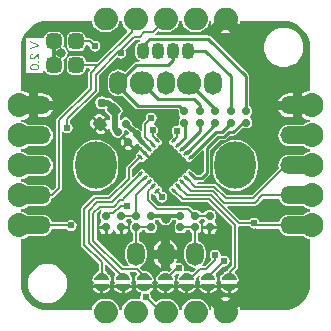
<source format=gbl>
G04*
G04 #@! TF.GenerationSoftware,Altium Limited,Altium Designer,18.1.6 (161)*
G04*
G04 Layer_Physical_Order=4*
G04 Layer_Color=16711680*
%FSLAX25Y25*%
%MOIN*%
G70*
G01*
G75*
%ADD10C,0.01000*%
%ADD11C,0.00800*%
%ADD26C,0.03937*%
%ADD27O,0.11811X0.05906*%
%ADD28O,0.04331X0.05512*%
%ADD29O,0.05900X0.07800*%
%ADD30O,0.08100X0.07800*%
%ADD31O,0.13780X0.15748*%
%ADD32O,0.08000X0.07500*%
%ADD33O,0.07500X0.08000*%
%ADD34C,0.02400*%
%ADD35C,0.03200*%
%ADD36C,0.03100*%
%ADD37O,0.03937X0.01968*%
G04:AMPARAMS|DCode=38|XSize=24.5mil|YSize=26mil|CornerRadius=6.13mil|HoleSize=0mil|Usage=FLASHONLY|Rotation=270.000|XOffset=0mil|YOffset=0mil|HoleType=Round|Shape=RoundedRectangle|*
%AMROUNDEDRECTD38*
21,1,0.02450,0.01375,0,0,270.0*
21,1,0.01225,0.02600,0,0,270.0*
1,1,0.01225,-0.00688,-0.00613*
1,1,0.01225,-0.00688,0.00613*
1,1,0.01225,0.00688,0.00613*
1,1,0.01225,0.00688,-0.00613*
%
%ADD38ROUNDEDRECTD38*%
G04:AMPARAMS|DCode=39|XSize=9.84mil|YSize=23.62mil|CornerRadius=0mil|HoleSize=0mil|Usage=FLASHONLY|Rotation=135.000|XOffset=0mil|YOffset=0mil|HoleType=Round|Shape=Round|*
%AMOVALD39*
21,1,0.01378,0.00984,0.00000,0.00000,225.0*
1,1,0.00984,0.00487,0.00487*
1,1,0.00984,-0.00487,-0.00487*
%
%ADD39OVALD39*%

G04:AMPARAMS|DCode=40|XSize=9.84mil|YSize=23.62mil|CornerRadius=0mil|HoleSize=0mil|Usage=FLASHONLY|Rotation=225.000|XOffset=0mil|YOffset=0mil|HoleType=Round|Shape=Round|*
%AMOVALD40*
21,1,0.01378,0.00984,0.00000,0.00000,315.0*
1,1,0.00984,-0.00487,0.00487*
1,1,0.00984,0.00487,-0.00487*
%
%ADD40OVALD40*%

%ADD41P,0.15033X4X270.0*%
G04:AMPARAMS|DCode=42|XSize=24.5mil|YSize=26mil|CornerRadius=6.13mil|HoleSize=0mil|Usage=FLASHONLY|Rotation=45.000|XOffset=0mil|YOffset=0mil|HoleType=Round|Shape=RoundedRectangle|*
%AMROUNDEDRECTD42*
21,1,0.02450,0.01375,0,0,45.0*
21,1,0.01225,0.02600,0,0,45.0*
1,1,0.01225,0.00919,-0.00053*
1,1,0.01225,0.00053,-0.00919*
1,1,0.01225,-0.00919,0.00053*
1,1,0.01225,-0.00053,0.00919*
%
%ADD42ROUNDEDRECTD42*%
G04:AMPARAMS|DCode=43|XSize=35mil|YSize=41mil|CornerRadius=8.75mil|HoleSize=0mil|Usage=FLASHONLY|Rotation=225.000|XOffset=0mil|YOffset=0mil|HoleType=Round|Shape=RoundedRectangle|*
%AMROUNDEDRECTD43*
21,1,0.03500,0.02350,0,0,225.0*
21,1,0.01750,0.04100,0,0,225.0*
1,1,0.01750,-0.01450,0.00212*
1,1,0.01750,-0.00212,0.01450*
1,1,0.01750,0.01450,-0.00212*
1,1,0.01750,0.00212,-0.01450*
%
%ADD43ROUNDEDRECTD43*%
G04:AMPARAMS|DCode=44|XSize=51mil|YSize=51mil|CornerRadius=12.75mil|HoleSize=0mil|Usage=FLASHONLY|Rotation=180.000|XOffset=0mil|YOffset=0mil|HoleType=Round|Shape=RoundedRectangle|*
%AMROUNDEDRECTD44*
21,1,0.05100,0.02550,0,0,180.0*
21,1,0.02550,0.05100,0,0,180.0*
1,1,0.02550,-0.01275,0.01275*
1,1,0.02550,0.01275,0.01275*
1,1,0.02550,0.01275,-0.01275*
1,1,0.02550,-0.01275,-0.01275*
%
%ADD44ROUNDEDRECTD44*%
%ADD45C,0.01200*%
%ADD46C,0.02000*%
%ADD47C,0.01500*%
G36*
X41094Y48035D02*
X42751Y47533D01*
X44279Y46716D01*
X45617Y45617D01*
X46716Y44279D01*
X47533Y42751D01*
X48035Y41094D01*
X48201Y39411D01*
X48193Y39370D01*
Y24961D01*
X47560Y24878D01*
X46404Y24399D01*
X45867Y23987D01*
X45594D01*
Y20000D01*
Y16013D01*
X45867D01*
X46404Y15601D01*
X47560Y15122D01*
X48106Y15050D01*
Y14546D01*
X47664Y14488D01*
X46606Y14050D01*
X45998Y13583D01*
X41142D01*
X40214Y13461D01*
X39350Y13103D01*
X38608Y12534D01*
X38038Y11792D01*
X37680Y10927D01*
X37558Y10000D01*
X37680Y9072D01*
X38038Y8208D01*
X38608Y7466D01*
X39350Y6897D01*
X40214Y6539D01*
X41142Y6417D01*
X45998D01*
X46606Y5950D01*
X47664Y5512D01*
X48193Y5442D01*
Y4558D01*
X47664Y4488D01*
X46606Y4050D01*
X45998Y3583D01*
X41142D01*
X40214Y3461D01*
X39350Y3103D01*
X38608Y2534D01*
X38038Y1792D01*
X37680Y927D01*
X37558Y0D01*
X37680Y-927D01*
X37726Y-1038D01*
X28797Y-9966D01*
X20597D01*
X16997Y-6366D01*
X16666Y-6145D01*
X16276Y-6067D01*
X10672D01*
X10595Y-5952D01*
X10862Y-5452D01*
X12012D01*
X12012Y-5452D01*
X12442Y-5367D01*
X12806Y-5124D01*
X14586Y-3343D01*
X14586Y-3343D01*
X14829Y-2980D01*
X14914Y-2550D01*
X14914Y-2550D01*
Y5215D01*
X18033Y8333D01*
X19420D01*
X19420Y8333D01*
X19849Y8419D01*
X20213Y8662D01*
X21453Y9902D01*
X22519D01*
X22520Y9902D01*
X22949Y9987D01*
X23313Y10231D01*
X25586Y12504D01*
X25611Y12487D01*
X26084Y12393D01*
X27459D01*
X27932Y12487D01*
X28333Y12755D01*
X28601Y13156D01*
X28695Y13629D01*
Y14854D01*
X28601Y15327D01*
X28333Y15728D01*
X28140Y15857D01*
Y16426D01*
X28333Y16555D01*
X28601Y16956D01*
X28695Y17429D01*
Y18654D01*
X28601Y19127D01*
X28333Y19528D01*
X27932Y19796D01*
X27893Y19804D01*
Y29677D01*
X27893Y29677D01*
X27808Y30107D01*
X27565Y30470D01*
X27565Y30470D01*
X14997Y43038D01*
X14633Y43281D01*
X14204Y43366D01*
X14204Y43366D01*
X-3303D01*
X-3382Y43477D01*
X-3492Y43866D01*
X-2383Y44975D01*
X-1386Y44562D01*
X-250Y44412D01*
X250D01*
X1386Y44562D01*
X2444Y45000D01*
X3353Y45698D01*
X4050Y46606D01*
X4488Y47664D01*
X4558Y48193D01*
X5442D01*
X5512Y47664D01*
X5950Y46606D01*
X6647Y45698D01*
X7556Y45000D01*
X8614Y44562D01*
X9750Y44412D01*
X10250D01*
X11386Y44562D01*
X12444Y45000D01*
X13352Y45698D01*
X14050Y46606D01*
X14488Y47664D01*
X14546Y48106D01*
X15050D01*
X15122Y47560D01*
X15601Y46404D01*
X16362Y45412D01*
X17355Y44651D01*
X18510Y44172D01*
X19750Y44009D01*
X20250D01*
X21490Y44172D01*
X22646Y44651D01*
X23638Y45412D01*
X24399Y46404D01*
X24878Y47560D01*
X24961Y48193D01*
X39370D01*
X39411Y48201D01*
X41094Y48035D01*
D02*
G37*
G36*
X-8349Y41421D02*
X-8895Y41195D01*
X-9472Y40752D01*
X-9916Y40174D01*
X-10194Y39501D01*
X-10289Y38780D01*
Y37598D01*
X-10194Y36876D01*
X-9916Y36204D01*
X-9472Y35626D01*
X-8895Y35183D01*
X-8661Y35086D01*
X-8760Y34586D01*
X-9843D01*
X-10272Y34501D01*
X-10636Y34258D01*
X-10636Y34258D01*
X-13576Y31317D01*
X-13958Y31610D01*
X-14821Y31968D01*
X-15748Y32090D01*
X-16675Y31968D01*
X-17538Y31610D01*
X-18280Y31041D01*
X-18849Y30299D01*
X-19207Y29436D01*
X-19329Y28509D01*
Y26609D01*
X-19207Y25682D01*
X-18849Y24819D01*
X-18280Y24077D01*
X-17538Y23508D01*
X-16675Y23150D01*
X-15748Y23028D01*
X-14821Y23150D01*
X-14348Y23347D01*
X-10090Y19089D01*
X-10090Y19089D01*
X-9726Y18846D01*
X-9297Y18760D01*
X-9297Y18760D01*
X4063D01*
X4375Y18448D01*
Y17429D01*
X4470Y16956D01*
X4738Y16555D01*
X4931Y16426D01*
Y15857D01*
X4738Y15728D01*
X4470Y15327D01*
X4375Y14854D01*
Y13675D01*
X4352Y13609D01*
X3941Y13252D01*
X3937Y13253D01*
X3235Y13113D01*
X2639Y12715D01*
X2241Y12120D01*
X2102Y11417D01*
X2241Y10715D01*
X2541Y10266D01*
X2519Y9738D01*
X2484Y9626D01*
X1509Y8652D01*
X1268Y8291D01*
X1183Y7864D01*
X1268Y7438D01*
X1509Y7077D01*
X1871Y6836D01*
X2127Y6785D01*
X2411Y6587D01*
X2609Y6303D01*
X2660Y6046D01*
X2901Y5685D01*
X3263Y5444D01*
X3519Y5393D01*
X3803Y5195D01*
X4001Y4911D01*
X4052Y4654D01*
X4293Y4293D01*
X4654Y4052D01*
X4911Y4001D01*
X5195Y3803D01*
X5393Y3519D01*
X5444Y3263D01*
X5685Y2901D01*
X6046Y2660D01*
X6303Y2609D01*
X6587Y2411D01*
X6785Y2127D01*
X6836Y1871D01*
X7077Y1509D01*
X7438Y1268D01*
X7864Y1183D01*
X8291Y1268D01*
X8652Y1509D01*
X9180Y2038D01*
X9214Y2060D01*
X12209Y5055D01*
X12671Y4864D01*
Y-2086D01*
X11548Y-3209D01*
X10363D01*
X9214Y-2060D01*
X9180Y-2038D01*
X8652Y-1509D01*
X8291Y-1268D01*
X7864Y-1183D01*
X7438Y-1268D01*
X7077Y-1509D01*
X6836Y-1871D01*
X6785Y-2127D01*
X6587Y-2411D01*
X6303Y-2609D01*
X6046Y-2660D01*
X5685Y-2901D01*
X5444Y-3263D01*
X5393Y-3519D01*
X5195Y-3803D01*
X4911Y-4001D01*
X4654Y-4052D01*
X4293Y-4293D01*
X4052Y-4654D01*
X4001Y-4911D01*
X3803Y-5195D01*
X3519Y-5393D01*
X3263Y-5444D01*
X2901Y-5685D01*
X2660Y-6046D01*
X2609Y-6303D01*
X2411Y-6587D01*
X2127Y-6785D01*
X1871Y-6836D01*
X1509Y-7077D01*
X1268Y-7438D01*
X1183Y-7864D01*
X1268Y-8291D01*
X1509Y-8652D01*
X2484Y-9626D01*
X2845Y-9868D01*
X2861Y-9871D01*
X4998Y-12008D01*
X5329Y-12229D01*
X5719Y-12306D01*
X14114D01*
X22209Y-20401D01*
Y-33345D01*
X20690Y-34864D01*
X20469Y-35195D01*
X20459Y-35245D01*
X19650Y-35561D01*
X19557Y-35651D01*
X19437Y-35697D01*
X18744Y-36362D01*
X18693Y-36480D01*
X18599Y-36570D01*
X18214Y-37449D01*
X18212Y-37578D01*
X18160Y-37696D01*
X18150Y-38176D01*
X18153Y-38182D01*
X18150Y-38189D01*
X18243Y-38413D01*
X18330Y-38636D01*
X18331Y-38639D01*
X18337Y-38642D01*
X18340Y-38648D01*
X18409Y-38677D01*
X18581Y-39040D01*
X18596Y-39296D01*
X18407Y-39580D01*
X18352Y-39854D01*
X18791D01*
X18789Y-39850D01*
X18799Y-39370D01*
Y-39370D01*
X23721Y-39370D01*
X23711Y-39854D01*
X24168D01*
X24113Y-39580D01*
X23924Y-39296D01*
X23941Y-38986D01*
X23994Y-38842D01*
X24111Y-38677D01*
X24177Y-38649D01*
X24180Y-38648D01*
X24182Y-38642D01*
X24189Y-38639D01*
X24276Y-38415D01*
X24370Y-38189D01*
X24367Y-38182D01*
X24370Y-38176D01*
X24360Y-37696D01*
X24308Y-37578D01*
X24306Y-37449D01*
X23920Y-36570D01*
X23827Y-36480D01*
X23775Y-36362D01*
X23269Y-35876D01*
X23199Y-35296D01*
X23223Y-35215D01*
X23949Y-34488D01*
X24170Y-34158D01*
X24248Y-33768D01*
Y-20535D01*
X24521Y-20311D01*
X28044D01*
X28230Y-20589D01*
X28825Y-20987D01*
X29528Y-21127D01*
X30151Y-21003D01*
X30236Y-21020D01*
X37719D01*
X38038Y-21792D01*
X38608Y-22534D01*
X39350Y-23103D01*
X40214Y-23461D01*
X41142Y-23583D01*
X45998D01*
X46606Y-24050D01*
X47664Y-24488D01*
X48193Y-24558D01*
Y-39370D01*
X48201Y-39411D01*
X48035Y-41094D01*
X47533Y-42751D01*
X46716Y-44279D01*
X45617Y-45617D01*
X44279Y-46716D01*
X42751Y-47533D01*
X41094Y-48035D01*
X39411Y-48201D01*
X39370Y-48193D01*
X24961D01*
X24878Y-47560D01*
X24399Y-46404D01*
X23638Y-45412D01*
X22646Y-44651D01*
X21490Y-44172D01*
X20250Y-44009D01*
X19750D01*
X18510Y-44172D01*
X17355Y-44651D01*
X16362Y-45412D01*
X15601Y-46404D01*
X15122Y-47560D01*
X15050Y-48106D01*
X14546D01*
X14488Y-47664D01*
X14050Y-46606D01*
X13352Y-45698D01*
X12444Y-45000D01*
X11386Y-44562D01*
X10250Y-44412D01*
X9750D01*
X8614Y-44562D01*
X7556Y-45000D01*
X6647Y-45698D01*
X5950Y-46606D01*
X5512Y-47664D01*
X5442Y-48193D01*
X4558D01*
X4488Y-47664D01*
X4050Y-46606D01*
X3353Y-45698D01*
X2444Y-45000D01*
X1386Y-44562D01*
X250Y-44412D01*
X-250D01*
X-1386Y-44562D01*
X-2444Y-45000D01*
X-3311Y-45666D01*
X-4808Y-44169D01*
X-4743Y-43841D01*
X-4882Y-43138D01*
X-5186Y-42684D01*
X-5195Y-42655D01*
X-5138Y-42182D01*
X-5093Y-42066D01*
X-4672Y-41785D01*
X-4233Y-41129D01*
X-4179Y-40854D01*
X-5108D01*
X-5756Y-41477D01*
X-6686Y-41840D01*
X-7185Y-41831D01*
X-7185Y-41831D01*
X-7665Y-41821D01*
X-8543Y-41436D01*
X-9102Y-40854D01*
X-9994D01*
X-9940Y-41129D01*
X-9501Y-41785D01*
X-8845Y-42223D01*
X-8332Y-42325D01*
X-8091Y-42829D01*
X-8093Y-42868D01*
X-8273Y-43138D01*
X-8413Y-43841D01*
X-8356Y-44128D01*
X-8431Y-44254D01*
X-8784Y-44540D01*
X-9750Y-44412D01*
X-10250D01*
X-11386Y-44562D01*
X-12444Y-45000D01*
X-13352Y-45698D01*
X-14050Y-46606D01*
X-14488Y-47664D01*
X-14558Y-48193D01*
X-15442D01*
X-15512Y-47664D01*
X-15950Y-46606D01*
X-16647Y-45698D01*
X-17556Y-45000D01*
X-18614Y-44562D01*
X-19750Y-44412D01*
X-20250D01*
X-21386Y-44562D01*
X-22444Y-45000D01*
X-23352Y-45698D01*
X-24050Y-46606D01*
X-24488Y-47664D01*
X-24558Y-48193D01*
X-39370D01*
X-39411Y-48201D01*
X-41094Y-48035D01*
X-42751Y-47533D01*
X-44279Y-46716D01*
X-45617Y-45617D01*
X-46716Y-44279D01*
X-47533Y-42751D01*
X-48035Y-41094D01*
X-48201Y-39411D01*
X-48193Y-39370D01*
Y-24558D01*
X-47664Y-24488D01*
X-46606Y-24050D01*
X-45998Y-23583D01*
X-41142D01*
X-40214Y-23461D01*
X-39350Y-23103D01*
X-38608Y-22534D01*
X-38038Y-21792D01*
X-37719Y-21020D01*
X-32980D01*
X-32794Y-21298D01*
X-32198Y-21696D01*
X-31496Y-21835D01*
X-30794Y-21696D01*
X-30198Y-21298D01*
X-29801Y-20702D01*
X-29661Y-20000D01*
X-29801Y-19298D01*
X-30198Y-18702D01*
X-30794Y-18304D01*
X-31496Y-18165D01*
X-32198Y-18304D01*
X-32794Y-18702D01*
X-32980Y-18980D01*
X-37719D01*
X-38038Y-18208D01*
X-38608Y-17466D01*
X-39350Y-16897D01*
X-40214Y-16539D01*
X-41142Y-16417D01*
X-45998D01*
X-46606Y-15950D01*
X-47664Y-15512D01*
X-48193Y-15442D01*
Y-14558D01*
X-47664Y-14488D01*
X-46606Y-14050D01*
X-45998Y-13583D01*
X-41142D01*
X-40214Y-13461D01*
X-39350Y-13103D01*
X-38608Y-12534D01*
X-38038Y-11792D01*
X-37698Y-10969D01*
X-37563Y-10942D01*
X-37232Y-10721D01*
X-34712Y-8201D01*
X-34491Y-7870D01*
X-34413Y-7480D01*
Y11012D01*
X-33913Y11216D01*
X-33464Y10915D01*
X-32762Y10776D01*
X-32059Y10915D01*
X-31464Y11313D01*
X-31066Y11909D01*
X-30926Y12611D01*
X-31066Y13313D01*
X-31464Y13909D01*
X-31742Y14094D01*
Y15085D01*
X-22604Y24222D01*
X-22383Y24553D01*
X-22306Y24943D01*
Y29816D01*
X-16115Y36008D01*
X-15663Y35706D01*
X-14961Y35566D01*
X-14258Y35706D01*
X-13663Y36104D01*
X-13265Y36699D01*
X-13125Y37402D01*
X-13265Y38104D01*
X-13567Y38555D01*
X-10254Y41869D01*
X-8662D01*
X-8495Y41902D01*
X-8349Y41421D01*
D02*
G37*
G36*
X-39370Y48193D02*
X-24558D01*
X-24488Y47664D01*
X-24050Y46606D01*
X-23352Y45698D01*
X-22444Y45000D01*
X-21386Y44562D01*
X-20250Y44412D01*
X-19750D01*
X-18614Y44562D01*
X-17556Y45000D01*
X-16647Y45698D01*
X-15950Y46606D01*
X-15512Y47664D01*
X-15442Y48193D01*
X-14558D01*
X-14488Y47664D01*
X-14050Y46606D01*
X-13352Y45698D01*
X-12745Y45231D01*
X-12683Y44586D01*
X-12683Y44586D01*
X-22785Y34484D01*
X-26578D01*
Y34740D01*
X-26723Y35471D01*
X-27138Y36091D01*
X-27758Y36506D01*
X-28490Y36651D01*
X-31040D01*
X-31771Y36506D01*
X-32391Y36091D01*
X-32806Y35471D01*
X-32951Y34740D01*
Y32190D01*
X-32806Y31458D01*
X-32391Y30838D01*
X-31771Y30423D01*
X-31040Y30278D01*
X-28490D01*
X-27758Y30423D01*
X-27138Y30838D01*
X-26723Y31458D01*
X-26578Y32190D01*
Y32445D01*
X-25477D01*
X-25286Y31983D01*
X-25646Y31622D01*
X-25867Y31292D01*
X-25945Y30902D01*
Y26028D01*
X-36154Y15819D01*
X-36375Y15488D01*
X-36453Y15098D01*
Y-7058D01*
X-37569Y-8174D01*
X-38156Y-8055D01*
X-38608Y-7466D01*
X-39350Y-6897D01*
X-40214Y-6539D01*
X-41142Y-6417D01*
X-45998D01*
X-46606Y-5950D01*
X-47664Y-5512D01*
X-48193Y-5442D01*
Y-4558D01*
X-47664Y-4488D01*
X-46606Y-4050D01*
X-45998Y-3583D01*
X-41142D01*
X-40214Y-3461D01*
X-39350Y-3103D01*
X-38608Y-2534D01*
X-38038Y-1792D01*
X-37680Y-927D01*
X-37558Y0D01*
X-37680Y927D01*
X-38038Y1792D01*
X-38608Y2534D01*
X-39350Y3103D01*
X-40214Y3461D01*
X-41142Y3583D01*
X-45998D01*
X-46606Y4050D01*
X-47664Y4488D01*
X-48193Y4558D01*
Y5442D01*
X-47664Y5512D01*
X-46606Y5950D01*
X-45998Y6417D01*
X-41142D01*
X-40214Y6539D01*
X-39350Y6897D01*
X-38608Y7466D01*
X-38038Y8208D01*
X-37680Y9072D01*
X-37558Y10000D01*
X-37680Y10927D01*
X-38038Y11792D01*
X-38608Y12534D01*
X-39350Y13103D01*
X-40214Y13461D01*
X-41142Y13583D01*
X-45998D01*
X-46606Y14050D01*
X-47664Y14488D01*
X-48106Y14546D01*
Y15050D01*
X-47560Y15122D01*
X-46404Y15601D01*
X-45867Y16013D01*
X-45594D01*
Y20000D01*
Y23987D01*
X-45867D01*
X-46404Y24399D01*
X-47560Y24878D01*
X-48193Y24961D01*
Y39370D01*
X-48201Y39411D01*
X-48035Y41094D01*
X-47533Y42751D01*
X-46716Y44279D01*
X-45617Y45617D01*
X-44279Y46716D01*
X-42751Y47533D01*
X-41094Y48035D01*
X-39411Y48201D01*
X-39370Y48193D01*
D02*
G37*
G36*
X38038Y-11792D02*
X38608Y-12534D01*
X39350Y-13103D01*
X40214Y-13461D01*
X41142Y-13583D01*
X45998D01*
X46606Y-14050D01*
X47664Y-14488D01*
X48193Y-14558D01*
Y-15442D01*
X47664Y-15512D01*
X46606Y-15950D01*
X45998Y-16417D01*
X41142D01*
X40214Y-16539D01*
X39350Y-16897D01*
X38608Y-17466D01*
X38038Y-18208D01*
X37719Y-18980D01*
X31301D01*
X31223Y-18589D01*
X30825Y-17994D01*
X30230Y-17596D01*
X29528Y-17456D01*
X28825Y-17596D01*
X28230Y-17994D01*
X28044Y-18272D01*
X24943D01*
X20539Y-13867D01*
X20730Y-13405D01*
X29800D01*
X30190Y-13328D01*
X30520Y-13107D01*
X32608Y-11020D01*
X37719D01*
X38038Y-11792D01*
D02*
G37*
G36*
X21260Y-35827D02*
Y-35827D01*
X21740Y-35817D01*
X22633Y-36166D01*
X23325Y-36830D01*
X23711Y-37709D01*
X23720Y-38189D01*
X23720D01*
X23720Y-38189D01*
Y-38189D01*
X18799Y-38189D01*
X18809Y-37709D01*
X19194Y-36830D01*
X19886Y-36166D01*
X20780Y-35817D01*
X21260Y-35827D01*
D02*
G37*
%LPC*%
G36*
X39370Y45907D02*
X38095Y45781D01*
X36869Y45410D01*
X35738Y44805D01*
X34748Y43992D01*
X33935Y43002D01*
X33331Y41872D01*
X32959Y40645D01*
X32833Y39370D01*
X32959Y38095D01*
X33331Y36869D01*
X33935Y35738D01*
X34748Y34748D01*
X35738Y33935D01*
X36869Y33331D01*
X38095Y32959D01*
X39370Y32833D01*
X40645Y32959D01*
X41872Y33331D01*
X43002Y33935D01*
X43992Y34748D01*
X44805Y35738D01*
X45410Y36869D01*
X45781Y38095D01*
X45907Y39370D01*
X45781Y40645D01*
X45410Y41872D01*
X44805Y43002D01*
X43992Y43992D01*
X43002Y44805D01*
X41872Y45410D01*
X40645Y45781D01*
X39370Y45907D01*
D02*
G37*
G36*
X42595Y23987D02*
X41142D01*
X40110Y23851D01*
X39148Y23453D01*
X38323Y22819D01*
X37689Y21993D01*
X37485Y21500D01*
X42595D01*
Y23987D01*
D02*
G37*
G36*
Y18500D02*
X37485D01*
X37689Y18007D01*
X38323Y17181D01*
X39148Y16547D01*
X40110Y16149D01*
X41142Y16013D01*
X42595D01*
Y18500D01*
D02*
G37*
G36*
X23228Y8510D02*
X21760Y8366D01*
X20348Y7937D01*
X19047Y7242D01*
X17907Y6306D01*
X16971Y5165D01*
X16275Y3864D01*
X15847Y2452D01*
X15702Y984D01*
Y-984D01*
X15847Y-2452D01*
X16275Y-3864D01*
X16971Y-5165D01*
X17907Y-6306D01*
X19047Y-7242D01*
X20348Y-7937D01*
X21760Y-8366D01*
X23228Y-8510D01*
X24697Y-8366D01*
X26108Y-7937D01*
X27410Y-7242D01*
X28550Y-6306D01*
X29486Y-5165D01*
X30182Y-3864D01*
X30610Y-2452D01*
X30754Y-984D01*
Y984D01*
X30610Y2452D01*
X30182Y3864D01*
X29486Y5165D01*
X28550Y6306D01*
X27410Y7242D01*
X26108Y7937D01*
X24697Y8366D01*
X23228Y8510D01*
D02*
G37*
G36*
X-21260Y23058D02*
X-22099Y22891D01*
X-22810Y22416D01*
X-23285Y21705D01*
X-23452Y20866D01*
X-23285Y20027D01*
X-22810Y19316D01*
X-22099Y18841D01*
X-21260Y18674D01*
X-20647Y18796D01*
X-20330Y18725D01*
X-20111Y18447D01*
X-20045Y18112D01*
X-19719Y17624D01*
X-18554Y16459D01*
Y15074D01*
X-19054Y14922D01*
X-19071Y14948D01*
X-19548Y15425D01*
X-21166Y13808D01*
X-19336Y11979D01*
X-19071Y12244D01*
X-19054Y12270D01*
X-18842Y12269D01*
X-18531Y12152D01*
X-18430Y11643D01*
X-18076Y11114D01*
X-18015Y11052D01*
X-17972Y10835D01*
X-17704Y10434D01*
X-16732Y9461D01*
X-16330Y9194D01*
X-15857Y9099D01*
X-15384Y9194D01*
X-14983Y9461D01*
X-14117Y10328D01*
X-13849Y10729D01*
X-13755Y11202D01*
X-13783Y11343D01*
X-13442Y11725D01*
X-12946Y11717D01*
X-12095Y10867D01*
X-12124Y10687D01*
X-12420Y10275D01*
X-13049Y10150D01*
X-13583Y9793D01*
X-13662Y9714D01*
X-12014Y8065D01*
X-10365Y6417D01*
X-10285Y6496D01*
X-9929Y7029D01*
X-9888Y7235D01*
X-9346Y7399D01*
X-8847Y6901D01*
X-8401Y6602D01*
X-8237Y6161D01*
X-6606Y4529D01*
X-5114Y3037D01*
X-5067Y3107D01*
X-4951Y3689D01*
X-4717Y4039D01*
X-4654Y4052D01*
X-4293Y4293D01*
X-4052Y4654D01*
X-4001Y4911D01*
X-3803Y5195D01*
X-3519Y5393D01*
X-3263Y5444D01*
X-2901Y5685D01*
X-2660Y6046D01*
X-2609Y6303D01*
X-2411Y6587D01*
X-2127Y6785D01*
X-1871Y6836D01*
X-1509Y7077D01*
X-1268Y7438D01*
X-1183Y7864D01*
X-1268Y8291D01*
X-1509Y8652D01*
X-2484Y9626D01*
X-2845Y9868D01*
X-2861Y9871D01*
X-2955Y9964D01*
X-3033Y10513D01*
X-2635Y11109D01*
X-2495Y11811D01*
X-2635Y12513D01*
X-3033Y13109D01*
X-3628Y13507D01*
X-3921Y13565D01*
X-3989Y13892D01*
X-3973Y14085D01*
X-3427Y14450D01*
X-3029Y15046D01*
X-2889Y15748D01*
X-3029Y16450D01*
X-3427Y17046D01*
X-4022Y17444D01*
X-4724Y17583D01*
X-5427Y17444D01*
X-6022Y17046D01*
X-6420Y16450D01*
X-6560Y15748D01*
X-6494Y15420D01*
X-7452Y14463D01*
X-7673Y14132D01*
X-7750Y13742D01*
Y11790D01*
X-8250Y11583D01*
X-8859Y12192D01*
X-9260Y12460D01*
X-9733Y12554D01*
X-9863Y12528D01*
X-11094Y13759D01*
X-11068Y13889D01*
X-11162Y14362D01*
X-11430Y14763D01*
X-12402Y15735D01*
X-12803Y16003D01*
X-13276Y16097D01*
X-13750Y16003D01*
X-14151Y15735D01*
X-14792Y15094D01*
X-15292Y15302D01*
Y16601D01*
X-14693Y17200D01*
X-14367Y17687D01*
X-14252Y18263D01*
X-14367Y18839D01*
X-14693Y19327D01*
X-16354Y20988D01*
X-16842Y21314D01*
X-17254Y21396D01*
X-17877Y22020D01*
X-18407Y22373D01*
X-19031Y22498D01*
X-19831D01*
X-20421Y22891D01*
X-21260Y23058D01*
D02*
G37*
G36*
X-22085Y17170D02*
X-22816Y17024D01*
X-23437Y16610D01*
X-23702Y16344D01*
X-21873Y14515D01*
X-20256Y16132D01*
X-20733Y16610D01*
X-21353Y17024D01*
X-22085Y17170D01*
D02*
G37*
G36*
X-24409Y15637D02*
X-24674Y15372D01*
X-25088Y14752D01*
X-25234Y14020D01*
X-25088Y13289D01*
X-24674Y12669D01*
X-24197Y12191D01*
X-22580Y13808D01*
X-24409Y15637D01*
D02*
G37*
G36*
X-21873Y13101D02*
X-23490Y11484D01*
X-23012Y11007D01*
X-22392Y10593D01*
X-21660Y10447D01*
X-20929Y10593D01*
X-20309Y11007D01*
X-20043Y11272D01*
X-21873Y13101D01*
D02*
G37*
G36*
X-14369Y9007D02*
X-14449Y8927D01*
X-14805Y8394D01*
X-14930Y7765D01*
X-14805Y7136D01*
X-14449Y6602D01*
X-14316Y6470D01*
X-13074Y7712D01*
X-14369Y9007D01*
D02*
G37*
G36*
X-12367Y7005D02*
X-13609Y5762D01*
X-13477Y5630D01*
X-12943Y5273D01*
X-12314Y5148D01*
X-11685Y5273D01*
X-11152Y5630D01*
X-11072Y5709D01*
X-12367Y7005D01*
D02*
G37*
G36*
X-8806Y5315D02*
X-8852Y5245D01*
X-8968Y4663D01*
X-9203Y4312D01*
X-9265Y4300D01*
X-9626Y4059D01*
X-9868Y3697D01*
X-9952Y3271D01*
X-9868Y2848D01*
X-12926Y-209D01*
X-13147Y-540D01*
X-13224Y-930D01*
Y-3952D01*
X-19139Y-9867D01*
X-23679D01*
X-24070Y-9944D01*
X-24400Y-10165D01*
X-27937Y-13702D01*
X-28158Y-14032D01*
X-28235Y-14423D01*
Y-26373D01*
X-28158Y-26763D01*
X-27937Y-27093D01*
X-22279Y-32751D01*
Y-35331D01*
X-22870Y-35561D01*
X-22963Y-35651D01*
X-23083Y-35697D01*
X-23775Y-36362D01*
X-23827Y-36480D01*
X-23920Y-36570D01*
X-24305Y-37449D01*
X-24308Y-37578D01*
X-24360Y-37696D01*
X-24370Y-38176D01*
X-24367Y-38182D01*
X-24370Y-38189D01*
X-24277Y-38413D01*
X-24190Y-38636D01*
X-24189Y-38639D01*
X-24182Y-38642D01*
X-24180Y-38648D01*
X-24111Y-38677D01*
X-23938Y-39040D01*
X-23924Y-39296D01*
X-24113Y-39580D01*
X-24168Y-39854D01*
X-23728D01*
X-23730Y-39850D01*
X-23720Y-39370D01*
Y-39370D01*
X-18799Y-39370D01*
X-18809Y-39854D01*
X-18352D01*
X-18406Y-39580D01*
X-18596Y-39296D01*
X-18578Y-38986D01*
X-18525Y-38842D01*
X-18409Y-38677D01*
X-18343Y-38649D01*
X-18340Y-38648D01*
X-18337Y-38642D01*
X-18331Y-38639D01*
X-18243Y-38415D01*
X-18150Y-38189D01*
X-18153Y-38182D01*
X-18150Y-38176D01*
X-18160Y-37696D01*
X-18212Y-37578D01*
X-18214Y-37449D01*
X-18599Y-36570D01*
X-18692Y-36480D01*
X-18744Y-36362D01*
X-19436Y-35697D01*
X-19557Y-35651D01*
X-19650Y-35561D01*
X-20240Y-35331D01*
Y-33180D01*
X-19778Y-32989D01*
X-16771Y-35996D01*
X-16834Y-36570D01*
X-17219Y-37449D01*
X-17221Y-37578D01*
X-17273Y-37696D01*
X-17283Y-38176D01*
X-17280Y-38182D01*
X-17283Y-38189D01*
X-17190Y-38413D01*
X-17103Y-38636D01*
X-17102Y-38639D01*
X-17096Y-38642D01*
X-17093Y-38648D01*
X-17024Y-38677D01*
X-16852Y-39040D01*
X-16837Y-39296D01*
X-17027Y-39580D01*
X-17081Y-39854D01*
X-16642D01*
X-16644Y-39850D01*
X-16634Y-39370D01*
Y-39370D01*
X-11712Y-39370D01*
X-11722Y-39854D01*
X-11265D01*
X-11320Y-39580D01*
X-11509Y-39296D01*
X-11492Y-38986D01*
X-11439Y-38842D01*
X-11322Y-38677D01*
X-11256Y-38649D01*
X-11253Y-38648D01*
X-11251Y-38642D01*
X-11244Y-38639D01*
X-11157Y-38415D01*
X-11063Y-38189D01*
X-11066Y-38182D01*
X-11063Y-38176D01*
X-11073Y-37696D01*
X-11125Y-37578D01*
X-11128Y-37449D01*
X-11513Y-36570D01*
X-11606Y-36480D01*
X-11658Y-36362D01*
X-11882Y-36147D01*
X-11681Y-35647D01*
X-9975D01*
X-9599Y-36027D01*
X-9601Y-36305D01*
X-9698Y-36522D01*
X-9747Y-36570D01*
X-10132Y-37449D01*
X-10135Y-37578D01*
X-10187Y-37696D01*
X-10197Y-38176D01*
X-10194Y-38182D01*
X-10197Y-38189D01*
X-10104Y-38413D01*
X-10017Y-38636D01*
X-10016Y-38639D01*
X-10009Y-38642D01*
X-10006Y-38648D01*
X-9938Y-38677D01*
X-9765Y-39040D01*
X-9750Y-39296D01*
X-9940Y-39580D01*
X-9994Y-39854D01*
X-9555D01*
X-9557Y-39850D01*
X-9547Y-39370D01*
Y-39370D01*
X-4626Y-39370D01*
X-4635Y-39854D01*
X-4179D01*
X-4233Y-39580D01*
X-4423Y-39296D01*
X-4405Y-38986D01*
X-4352Y-38842D01*
X-4235Y-38677D01*
X-4170Y-38649D01*
X-4167Y-38648D01*
X-4164Y-38642D01*
X-4158Y-38639D01*
X-4070Y-38415D01*
X-3977Y-38189D01*
X-3979Y-38182D01*
X-3977Y-38176D01*
X-3986Y-37696D01*
X-4038Y-37578D01*
X-4041Y-37449D01*
X-4426Y-36570D01*
X-4519Y-36480D01*
X-4571Y-36362D01*
X-5263Y-35697D01*
X-5384Y-35651D01*
X-5477Y-35561D01*
X-6371Y-35212D01*
X-6500Y-35215D01*
X-6620Y-35168D01*
X-7087Y-35177D01*
X-7484Y-35169D01*
X-8392Y-34260D01*
X-8275Y-33671D01*
X-8052Y-33579D01*
X-7311Y-33009D01*
X-6742Y-32268D01*
X-6384Y-31404D01*
X-6262Y-30478D01*
Y-28578D01*
X-6384Y-27651D01*
X-6742Y-26787D01*
X-7311Y-26046D01*
X-8052Y-25477D01*
X-8823Y-25157D01*
Y-22384D01*
X-8682Y-22355D01*
X-8281Y-22087D01*
X-8013Y-21686D01*
X-8000Y-21620D01*
X-6764D01*
X-6751Y-21686D01*
X-6483Y-22087D01*
X-6082Y-22355D01*
X-5609Y-22449D01*
X-4234D01*
X-3761Y-22355D01*
X-3360Y-22087D01*
X-3092Y-21686D01*
X-2998Y-21213D01*
Y-19988D01*
X-3092Y-19515D01*
X-3360Y-19114D01*
X-3553Y-18985D01*
Y-18417D01*
X-3360Y-18288D01*
X-3184Y-18024D01*
X-2182D01*
X-2072Y-18575D01*
X-1586Y-19303D01*
X-858Y-19789D01*
X0Y-19960D01*
X858Y-19789D01*
X1586Y-19303D01*
X2072Y-18575D01*
X2182Y-18024D01*
X3184D01*
X3360Y-18288D01*
X3553Y-18417D01*
Y-18985D01*
X3360Y-19114D01*
X3092Y-19515D01*
X2998Y-19988D01*
Y-21213D01*
X3092Y-21686D01*
X3360Y-22087D01*
X3761Y-22355D01*
X4234Y-22449D01*
X5609D01*
X6082Y-22355D01*
X6483Y-22087D01*
X6751Y-21686D01*
X6764Y-21620D01*
X8000D01*
X8013Y-21686D01*
X8281Y-22087D01*
X8682Y-22355D01*
X8823Y-22384D01*
Y-25157D01*
X8052Y-25477D01*
X7311Y-26046D01*
X6742Y-26787D01*
X6384Y-27651D01*
X6262Y-28578D01*
Y-30478D01*
X6384Y-31404D01*
X6742Y-32268D01*
X7311Y-33009D01*
X8052Y-33579D01*
X8916Y-33936D01*
X9843Y-34058D01*
X9901Y-34051D01*
X10122Y-34499D01*
X8917Y-35704D01*
X8910Y-35697D01*
X8789Y-35651D01*
X8696Y-35561D01*
X7803Y-35212D01*
X7673Y-35215D01*
X7553Y-35168D01*
X7086Y-35177D01*
X6620Y-35168D01*
X6500Y-35215D01*
X6446Y-35214D01*
X6356Y-35158D01*
X6239Y-35038D01*
X6057Y-34798D01*
X6166Y-34252D01*
X6026Y-33550D01*
X5628Y-32954D01*
X5033Y-32556D01*
X4331Y-32417D01*
X3985Y-32485D01*
X3625Y-32047D01*
X3848Y-31509D01*
X3912Y-31028D01*
X1500D01*
Y-34132D01*
X1640Y-34074D01*
X2180Y-34391D01*
X2198Y-34549D01*
X1305Y-35442D01*
X716Y-35212D01*
X587Y-35215D01*
X466Y-35168D01*
X-0Y-35177D01*
X-466Y-35168D01*
X-587Y-35215D01*
X-716Y-35212D01*
X-1610Y-35561D01*
X-1703Y-35651D01*
X-1823Y-35697D01*
X-2515Y-36362D01*
X-2567Y-36480D01*
X-2660Y-36570D01*
X-3046Y-37449D01*
X-3048Y-37578D01*
X-3100Y-37696D01*
X-3110Y-38176D01*
X-3107Y-38182D01*
X-3110Y-38189D01*
X-3017Y-38413D01*
X-2930Y-38636D01*
X-2929Y-38639D01*
X-2922Y-38642D01*
X-2920Y-38648D01*
X-2851Y-38677D01*
X-2679Y-39040D01*
X-2664Y-39296D01*
X-2853Y-39580D01*
X-2908Y-39854D01*
X-2469D01*
X-2470Y-39850D01*
X-2461Y-39370D01*
Y-39370D01*
X2461Y-39370D01*
X2451Y-39854D01*
X2908D01*
X2853Y-39580D01*
X2664Y-39296D01*
X2682Y-38986D01*
X2735Y-38842D01*
X2851Y-38677D01*
X2917Y-38649D01*
X2920Y-38648D01*
X2922Y-38642D01*
X2929Y-38639D01*
X3017Y-38415D01*
X3110Y-38189D01*
X3107Y-38182D01*
X3110Y-38176D01*
X3100Y-37696D01*
X3048Y-37578D01*
X3046Y-37449D01*
X2782Y-36848D01*
X3674Y-35957D01*
X4199Y-36061D01*
X4232Y-36088D01*
X4353Y-36253D01*
X4373Y-36303D01*
X4426Y-36570D01*
X4041Y-37449D01*
X4038Y-37578D01*
X3986Y-37696D01*
X3977Y-38176D01*
X3979Y-38182D01*
X3977Y-38189D01*
X4069Y-38413D01*
X4157Y-38636D01*
X4158Y-38639D01*
X4164Y-38642D01*
X4167Y-38648D01*
X4236Y-38677D01*
X4408Y-39040D01*
X4423Y-39296D01*
X4233Y-39580D01*
X4179Y-39854D01*
X4618D01*
X4616Y-39850D01*
X4626Y-39370D01*
Y-39370D01*
X9547Y-39370D01*
X9538Y-39854D01*
X9995D01*
X9940Y-39580D01*
X9751Y-39296D01*
X9768Y-38986D01*
X9821Y-38842D01*
X9938Y-38677D01*
X10004Y-38649D01*
X10006Y-38648D01*
X10009Y-38642D01*
X10016Y-38639D01*
X10103Y-38415D01*
X10197Y-38189D01*
X10194Y-38182D01*
X10197Y-38176D01*
X10187Y-37696D01*
X10135Y-37578D01*
X10132Y-37449D01*
X10109Y-37396D01*
X10992Y-36513D01*
X11412Y-36800D01*
X11128Y-37449D01*
X11125Y-37578D01*
X11073Y-37696D01*
X11063Y-38176D01*
X11066Y-38182D01*
X11063Y-38189D01*
X11156Y-38413D01*
X11243Y-38636D01*
X11244Y-38639D01*
X11251Y-38642D01*
X11253Y-38648D01*
X11322Y-38677D01*
X11495Y-39040D01*
X11509Y-39296D01*
X11320Y-39580D01*
X11265Y-39854D01*
X11705D01*
X11703Y-39850D01*
X11713Y-39370D01*
Y-39370D01*
X16634Y-39370D01*
X16624Y-39854D01*
X17081D01*
X17027Y-39580D01*
X16837Y-39296D01*
X16855Y-38986D01*
X16908Y-38842D01*
X17024Y-38677D01*
X17090Y-38649D01*
X17093Y-38648D01*
X17096Y-38642D01*
X17102Y-38639D01*
X17190Y-38415D01*
X17283Y-38189D01*
X17280Y-38182D01*
X17283Y-38176D01*
X17273Y-37696D01*
X17221Y-37578D01*
X17219Y-37449D01*
X16834Y-36570D01*
X16846Y-36026D01*
X19212Y-33660D01*
X19540Y-33725D01*
X20243Y-33585D01*
X20838Y-33187D01*
X21236Y-32592D01*
X21376Y-31890D01*
X21236Y-31187D01*
X20838Y-30592D01*
X20243Y-30194D01*
X19540Y-30055D01*
X18838Y-30194D01*
X18824Y-30203D01*
X18371Y-29921D01*
X18231Y-29219D01*
X17833Y-28624D01*
X17238Y-28226D01*
X16535Y-28086D01*
X15833Y-28226D01*
X15238Y-28624D01*
X14840Y-29219D01*
X14700Y-29921D01*
X14840Y-30624D01*
X15238Y-31219D01*
X15262Y-31467D01*
X13131Y-33597D01*
X12430D01*
X12260Y-33097D01*
X12374Y-33009D01*
X12943Y-32268D01*
X13301Y-31404D01*
X13423Y-30478D01*
Y-28578D01*
X13301Y-27651D01*
X12943Y-26787D01*
X12374Y-26046D01*
X11633Y-25477D01*
X10862Y-25157D01*
Y-22384D01*
X11003Y-22355D01*
X11404Y-22087D01*
X11672Y-21686D01*
X11766Y-21213D01*
Y-19988D01*
X11672Y-19515D01*
X11404Y-19114D01*
X11211Y-18985D01*
Y-18417D01*
X11404Y-18288D01*
X11672Y-17886D01*
X11685Y-17820D01*
X12712D01*
X13075Y-18257D01*
X13049Y-18665D01*
X13011Y-18761D01*
X12914Y-18826D01*
X12557Y-19359D01*
X12432Y-19988D01*
Y-20101D01*
X14764D01*
X17095D01*
Y-19988D01*
X16970Y-19359D01*
X16614Y-18826D01*
X16517Y-18761D01*
X16478Y-18665D01*
X16444Y-18111D01*
X16593Y-17886D01*
X16688Y-17413D01*
Y-16188D01*
X16593Y-15715D01*
X16325Y-15314D01*
X15924Y-15046D01*
X15451Y-14952D01*
X14076D01*
X13603Y-15046D01*
X13202Y-15314D01*
X12934Y-15715D01*
X12921Y-15781D01*
X11685D01*
X11672Y-15715D01*
X11404Y-15314D01*
X11003Y-15046D01*
X10530Y-14952D01*
X9436D01*
X8185Y-13702D01*
X7854Y-13481D01*
X7464Y-13403D01*
X-2379D01*
X-4701Y-11081D01*
Y-9565D01*
X-4201Y-9413D01*
X-4058Y-9626D01*
X-3697Y-9868D01*
X-3411Y-9924D01*
X-3088Y-10257D01*
X-2997Y-10408D01*
X-3042Y-10630D01*
X-2902Y-11332D01*
X-2504Y-11928D01*
X-1909Y-12325D01*
X-1206Y-12465D01*
X-504Y-12325D01*
X91Y-11928D01*
X489Y-11332D01*
X629Y-10630D01*
X489Y-9928D01*
X91Y-9332D01*
X-504Y-8934D01*
X-996Y-8836D01*
X-1378Y-8455D01*
X-1268Y-8291D01*
X-1183Y-7864D01*
X-1268Y-7438D01*
X-1509Y-7077D01*
X-1871Y-6836D01*
X-2127Y-6785D01*
X-2411Y-6587D01*
X-2609Y-6303D01*
X-2660Y-6046D01*
X-2901Y-5685D01*
X-3263Y-5444D01*
X-3519Y-5393D01*
X-3803Y-5195D01*
X-4001Y-4911D01*
X-4052Y-4654D01*
X-4293Y-4293D01*
X-4654Y-4052D01*
X-4911Y-4001D01*
X-5195Y-3803D01*
X-5393Y-3519D01*
X-5444Y-3263D01*
X-5685Y-2901D01*
X-6046Y-2660D01*
X-6303Y-2609D01*
X-6587Y-2411D01*
X-6785Y-2127D01*
X-6836Y-1871D01*
X-7077Y-1509D01*
X-7438Y-1268D01*
X-7864Y-1183D01*
X-8291Y-1268D01*
X-8652Y-1509D01*
X-9626Y-2484D01*
X-9868Y-2845D01*
X-9871Y-2861D01*
X-10723Y-3714D01*
X-11185Y-3522D01*
Y-1352D01*
X-8455Y1378D01*
X-8291Y1268D01*
X-7864Y1183D01*
X-7438Y1268D01*
X-7077Y1509D01*
X-6836Y1871D01*
X-6823Y1933D01*
X-6472Y2167D01*
X-5890Y2283D01*
X-5821Y2330D01*
X-7313Y3822D01*
X-8806Y5315D01*
D02*
G37*
G36*
X-23228Y8510D02*
X-24697Y8366D01*
X-26108Y7937D01*
X-27410Y7242D01*
X-28550Y6306D01*
X-29486Y5165D01*
X-30182Y3864D01*
X-30610Y2452D01*
X-30754Y984D01*
Y-984D01*
X-30610Y-2452D01*
X-30182Y-3864D01*
X-29486Y-5165D01*
X-28550Y-6306D01*
X-27410Y-7242D01*
X-26108Y-7937D01*
X-24697Y-8366D01*
X-23228Y-8510D01*
X-21760Y-8366D01*
X-20348Y-7937D01*
X-19047Y-7242D01*
X-17907Y-6306D01*
X-16971Y-5165D01*
X-16275Y-3864D01*
X-15847Y-2452D01*
X-15702Y-984D01*
Y984D01*
X-15847Y2452D01*
X-16275Y3864D01*
X-16971Y5165D01*
X-17907Y6306D01*
X-19047Y7242D01*
X-20348Y7937D01*
X-21760Y8366D01*
X-23228Y8510D01*
D02*
G37*
G36*
X17095Y-21101D02*
X15264D01*
Y-22857D01*
X15451D01*
X16080Y-22732D01*
X16614Y-22376D01*
X16970Y-21843D01*
X17095Y-21213D01*
Y-21101D01*
D02*
G37*
G36*
X14264D02*
X12432D01*
Y-21213D01*
X12557Y-21843D01*
X12914Y-22376D01*
X13447Y-22732D01*
X14076Y-22857D01*
X14264D01*
Y-21101D01*
D02*
G37*
G36*
X1500Y-24923D02*
Y-28028D01*
X3912D01*
X3848Y-27546D01*
X3450Y-26586D01*
X2817Y-25760D01*
X1992Y-25127D01*
X1500Y-24923D01*
D02*
G37*
G36*
X-1500D02*
X-1992Y-25127D01*
X-2817Y-25760D01*
X-3450Y-26586D01*
X-3848Y-27546D01*
X-3912Y-28028D01*
X-1500D01*
Y-24923D01*
D02*
G37*
G36*
Y-31028D02*
X-3912D01*
X-3848Y-31509D01*
X-3450Y-32470D01*
X-2817Y-33295D01*
X-1992Y-33928D01*
X-1500Y-34132D01*
Y-31028D01*
D02*
G37*
G36*
X24168Y-40854D02*
X23238D01*
X22591Y-41477D01*
X21760Y-41802D01*
Y-42377D01*
X22244D01*
X23018Y-42223D01*
X23675Y-41785D01*
X24113Y-41129D01*
X24168Y-40854D01*
D02*
G37*
G36*
X19245D02*
X18352D01*
X18407Y-41129D01*
X18845Y-41785D01*
X19501Y-42223D01*
X20276Y-42377D01*
X20760D01*
Y-41822D01*
X20682Y-41821D01*
X19803Y-41436D01*
X19245Y-40854D01*
D02*
G37*
G36*
X17081Y-40854D02*
X16151D01*
X15504Y-41477D01*
X14673Y-41802D01*
Y-42377D01*
X15158D01*
X15932Y-42223D01*
X16588Y-41785D01*
X17027Y-41129D01*
X17081Y-40854D01*
D02*
G37*
G36*
X12158D02*
X11265D01*
X11320Y-41129D01*
X11759Y-41785D01*
X12415Y-42223D01*
X13189Y-42377D01*
X13673D01*
Y-41822D01*
X13595Y-41821D01*
X12716Y-41436D01*
X12158Y-40854D01*
D02*
G37*
G36*
X9995Y-40854D02*
X9065D01*
X8417Y-41477D01*
X7587Y-41802D01*
Y-42377D01*
X8071D01*
X8845Y-42223D01*
X9501Y-41785D01*
X9940Y-41129D01*
X9995Y-40854D01*
D02*
G37*
G36*
X5072D02*
X4179D01*
X4233Y-41129D01*
X4672Y-41785D01*
X5328Y-42223D01*
X6103Y-42377D01*
X6587D01*
Y-41822D01*
X6509Y-41821D01*
X5630Y-41436D01*
X5072Y-40854D01*
D02*
G37*
G36*
X2908Y-40854D02*
X1978D01*
X1331Y-41477D01*
X500Y-41802D01*
Y-42377D01*
X984D01*
X1759Y-42223D01*
X2415Y-41785D01*
X2853Y-41129D01*
X2908Y-40854D01*
D02*
G37*
G36*
X-2015D02*
X-2908D01*
X-2853Y-41129D01*
X-2415Y-41785D01*
X-1758Y-42223D01*
X-984Y-42377D01*
X-500D01*
Y-41822D01*
X-578Y-41821D01*
X-1457Y-41436D01*
X-2015Y-40854D01*
D02*
G37*
G36*
X-11265Y-40854D02*
X-12195D01*
X-12842Y-41477D01*
X-13673Y-41802D01*
Y-42377D01*
X-13189D01*
X-12415Y-42223D01*
X-11758Y-41785D01*
X-11320Y-41129D01*
X-11265Y-40854D01*
D02*
G37*
G36*
X-16188D02*
X-17081D01*
X-17027Y-41129D01*
X-16588Y-41785D01*
X-15932Y-42223D01*
X-15157Y-42377D01*
X-14673D01*
Y-41822D01*
X-14751Y-41821D01*
X-15630Y-41436D01*
X-16188Y-40854D01*
D02*
G37*
G36*
X-18352Y-40854D02*
X-19282D01*
X-19929Y-41477D01*
X-20760Y-41802D01*
Y-42377D01*
X-20276D01*
X-19501Y-42223D01*
X-18845Y-41785D01*
X-18406Y-41129D01*
X-18352Y-40854D01*
D02*
G37*
G36*
X-23275D02*
X-24168D01*
X-24113Y-41129D01*
X-23674Y-41785D01*
X-23018Y-42223D01*
X-22244Y-42377D01*
X-21760D01*
Y-41822D01*
X-21838Y-41821D01*
X-22717Y-41436D01*
X-23275Y-40854D01*
D02*
G37*
G36*
X-39370Y-32833D02*
X-40645Y-32959D01*
X-41872Y-33331D01*
X-43002Y-33935D01*
X-43992Y-34748D01*
X-44805Y-35738D01*
X-45410Y-36869D01*
X-45781Y-38095D01*
X-45907Y-39370D01*
X-45781Y-40645D01*
X-45410Y-41872D01*
X-44805Y-43002D01*
X-43992Y-43992D01*
X-43002Y-44805D01*
X-41872Y-45410D01*
X-40645Y-45781D01*
X-39370Y-45907D01*
X-38095Y-45781D01*
X-36869Y-45410D01*
X-35738Y-44805D01*
X-34748Y-43992D01*
X-33935Y-43002D01*
X-33331Y-41872D01*
X-32959Y-40645D01*
X-32833Y-39370D01*
X-32959Y-38095D01*
X-33331Y-36869D01*
X-33935Y-35738D01*
X-34748Y-34748D01*
X-35738Y-33935D01*
X-36869Y-33331D01*
X-38095Y-32959D01*
X-39370Y-32833D01*
D02*
G37*
%LPD*%
G36*
X-21679Y-14981D02*
X-21497Y-15542D01*
X-21613Y-15715D01*
X-21707Y-16188D01*
Y-17413D01*
X-21613Y-17886D01*
X-21463Y-18111D01*
X-21498Y-18665D01*
X-21536Y-18761D01*
X-21633Y-18826D01*
X-21990Y-19359D01*
X-22115Y-19988D01*
Y-20101D01*
X-19783D01*
Y-20601D01*
X-19283D01*
Y-22857D01*
X-19096D01*
X-18467Y-22732D01*
X-17933Y-22376D01*
X-17577Y-21843D01*
X-17528Y-21599D01*
X-17019D01*
X-16970Y-21843D01*
X-16614Y-22376D01*
X-16080Y-22732D01*
X-15451Y-22857D01*
X-15264D01*
Y-20601D01*
X-14764D01*
Y-20101D01*
X-12432D01*
Y-19988D01*
X-12557Y-19359D01*
X-12914Y-18826D01*
X-13011Y-18761D01*
X-13049Y-18665D01*
X-13075Y-18257D01*
X-12712Y-17820D01*
X-11685D01*
X-11672Y-17886D01*
X-11404Y-18288D01*
X-11211Y-18417D01*
Y-18985D01*
X-11404Y-19114D01*
X-11672Y-19515D01*
X-11766Y-19988D01*
Y-21213D01*
X-11672Y-21686D01*
X-11404Y-22087D01*
X-11003Y-22355D01*
X-10862Y-22384D01*
Y-25157D01*
X-11633Y-25477D01*
X-12374Y-26046D01*
X-12943Y-26787D01*
X-13301Y-27651D01*
X-13423Y-28578D01*
Y-30478D01*
X-13301Y-31404D01*
X-12943Y-32268D01*
X-12374Y-33009D01*
X-12246Y-33108D01*
X-12416Y-33608D01*
X-12598D01*
X-12652Y-33597D01*
X-13588D01*
X-13588Y-33597D01*
X-14024D01*
X-22996Y-24625D01*
Y-16170D01*
X-21781Y-14956D01*
X-21679Y-14981D01*
D02*
G37*
G36*
X14173Y-35827D02*
Y-35827D01*
X14653Y-35817D01*
X15547Y-36166D01*
X16239Y-36830D01*
X16624Y-37709D01*
X16634Y-38189D01*
X16634D01*
X16634Y-38189D01*
Y-38189D01*
X11713Y-38189D01*
X11722Y-37709D01*
X12108Y-36830D01*
X12800Y-36166D01*
X13694Y-35817D01*
X14173Y-35827D01*
D02*
G37*
G36*
X7087D02*
Y-35827D01*
X7566Y-35817D01*
X8460Y-36166D01*
X9152Y-36830D01*
X9537Y-37709D01*
X9547Y-38189D01*
X9547D01*
X9547Y-38189D01*
Y-38189D01*
X4626Y-38189D01*
X4636Y-37709D01*
X5021Y-36830D01*
X5713Y-36166D01*
X6607Y-35817D01*
X7087Y-35827D01*
D02*
G37*
G36*
X0D02*
Y-35827D01*
X480Y-35817D01*
X1374Y-36166D01*
X2066Y-36830D01*
X2451Y-37709D01*
X2461Y-38189D01*
X2461D01*
X2461Y-38189D01*
Y-38189D01*
X-2461Y-38189D01*
X-2451Y-37709D01*
X-2066Y-36830D01*
X-1373Y-36166D01*
X-480Y-35817D01*
X0Y-35827D01*
D02*
G37*
G36*
X-7086D02*
Y-35827D01*
X-6607Y-35817D01*
X-5713Y-36166D01*
X-5021Y-36830D01*
X-4636Y-37709D01*
X-4626Y-38189D01*
X-4626D01*
X-4626Y-38189D01*
Y-38189D01*
X-9547Y-38189D01*
X-9537Y-37709D01*
X-9152Y-36830D01*
X-8460Y-36166D01*
X-7566Y-35817D01*
X-7086Y-35827D01*
D02*
G37*
G36*
X-14173D02*
Y-35827D01*
X-13693Y-35817D01*
X-12800Y-36166D01*
X-12108Y-36830D01*
X-11722Y-37709D01*
X-11713Y-38189D01*
X-11713D01*
X-11713Y-38189D01*
Y-38189D01*
X-16634Y-38189D01*
X-16624Y-37709D01*
X-16239Y-36830D01*
X-15547Y-36166D01*
X-14653Y-35817D01*
X-14173Y-35827D01*
D02*
G37*
G36*
X-21260D02*
Y-35827D01*
X-20780Y-35817D01*
X-19886Y-36166D01*
X-19194Y-36830D01*
X-18809Y-37709D01*
X-18799Y-38189D01*
X-18799D01*
X-18799Y-38189D01*
Y-38189D01*
X-23720Y-38189D01*
X-23711Y-37709D01*
X-23325Y-36830D01*
X-22633Y-36166D01*
X-21739Y-35817D01*
X-21260Y-35827D01*
D02*
G37*
%LPC*%
G36*
X-12432Y-21101D02*
X-14264D01*
Y-22857D01*
X-14076D01*
X-13447Y-22732D01*
X-12914Y-22376D01*
X-12557Y-21843D01*
X-12432Y-21213D01*
Y-21101D01*
D02*
G37*
G36*
X-20283Y-21101D02*
X-22115D01*
Y-21213D01*
X-21990Y-21843D01*
X-21633Y-22376D01*
X-21100Y-22732D01*
X-20471Y-22857D01*
X-20283D01*
Y-21101D01*
D02*
G37*
G36*
X-28490Y44525D02*
X-31040D01*
X-31771Y44380D01*
X-32391Y43965D01*
X-32806Y43345D01*
X-32951Y42614D01*
Y40064D01*
X-32806Y39332D01*
X-32391Y38712D01*
X-31771Y38297D01*
X-31040Y38152D01*
X-28490D01*
X-27758Y38297D01*
X-27138Y38712D01*
X-26723Y39332D01*
X-26578Y40064D01*
Y40319D01*
X-25730D01*
X-25364Y39897D01*
X-25391Y39764D01*
X-25251Y39061D01*
X-24853Y38466D01*
X-24258Y38068D01*
X-23556Y37929D01*
X-22853Y38068D01*
X-22258Y38466D01*
X-21860Y39061D01*
X-21720Y39764D01*
X-21860Y40466D01*
X-22258Y41061D01*
X-22853Y41459D01*
X-23556Y41599D01*
X-23884Y41534D01*
X-24409Y42059D01*
X-24740Y42281D01*
X-25131Y42358D01*
X-26578D01*
Y42614D01*
X-26723Y43345D01*
X-27138Y43965D01*
X-27758Y44380D01*
X-28490Y44525D01*
D02*
G37*
G36*
X-35890D02*
X-38440D01*
X-39171Y44380D01*
X-39791Y43965D01*
X-40206Y43345D01*
X-40351Y42614D01*
Y42604D01*
X-40739Y42332D01*
X-40851Y42332D01*
X-46538D01*
Y30892D01*
X-40739D01*
Y31574D01*
X-40239Y31623D01*
X-40206Y31458D01*
X-39791Y30838D01*
X-39171Y30423D01*
X-38440Y30278D01*
X-35890D01*
X-35158Y30423D01*
X-34538Y30838D01*
X-34123Y31458D01*
X-33978Y32190D01*
Y34740D01*
X-34091Y35308D01*
X-33984Y35329D01*
X-33256Y35816D01*
X-32770Y36543D01*
X-32599Y37402D01*
X-32770Y38260D01*
X-33256Y38988D01*
X-33984Y39474D01*
X-34091Y39495D01*
X-33978Y40064D01*
Y42614D01*
X-34123Y43345D01*
X-34538Y43965D01*
X-35158Y44380D01*
X-35890Y44525D01*
D02*
G37*
G36*
X-41142Y23987D02*
X-42595D01*
Y21500D01*
X-37485D01*
X-37689Y21993D01*
X-38323Y22819D01*
X-39148Y23453D01*
X-40110Y23851D01*
X-41142Y23987D01*
D02*
G37*
G36*
X-37485Y18500D02*
X-42595D01*
Y16013D01*
X-41142D01*
X-40110Y16149D01*
X-39148Y16547D01*
X-38323Y17181D01*
X-37689Y18007D01*
X-37485Y18500D01*
D02*
G37*
%LPD*%
G36*
X-42146Y40270D02*
Y39851D01*
X-45170Y38671D01*
Y39077D01*
X-42972Y39899D01*
X-42880Y39933D01*
X-42792Y39964D01*
X-42709Y39990D01*
X-42635Y40012D01*
X-42570Y40034D01*
X-42522Y40047D01*
X-42504Y40051D01*
X-42491Y40056D01*
X-42482Y40060D01*
X-42478D01*
X-42653Y40113D01*
X-42736Y40139D01*
X-42810Y40165D01*
X-42875Y40187D01*
X-42902Y40196D01*
X-42928Y40200D01*
X-42946Y40209D01*
X-42959Y40213D01*
X-42967Y40218D01*
X-42972D01*
X-45170Y41004D01*
Y41441D01*
X-42146Y40270D01*
D02*
G37*
G36*
Y35332D02*
X-42504D01*
Y36822D01*
X-42578Y36770D01*
X-42609Y36743D01*
X-42640Y36722D01*
X-42666Y36700D01*
X-42683Y36682D01*
X-42696Y36669D01*
X-42701Y36665D01*
X-42723Y36643D01*
X-42744Y36617D01*
X-42801Y36555D01*
X-42867Y36486D01*
X-42932Y36411D01*
X-42989Y36341D01*
X-43015Y36311D01*
X-43042Y36285D01*
X-43059Y36263D01*
X-43072Y36245D01*
X-43081Y36237D01*
X-43085Y36232D01*
X-43146Y36162D01*
X-43203Y36092D01*
X-43260Y36031D01*
X-43308Y35974D01*
X-43356Y35922D01*
X-43400Y35878D01*
X-43439Y35835D01*
X-43474Y35800D01*
X-43509Y35765D01*
X-43535Y35738D01*
X-43557Y35717D01*
X-43579Y35695D01*
X-43605Y35673D01*
X-43614Y35664D01*
X-43688Y35603D01*
X-43754Y35550D01*
X-43819Y35507D01*
X-43872Y35472D01*
X-43920Y35445D01*
X-43955Y35428D01*
X-43977Y35419D01*
X-43986Y35415D01*
X-44051Y35389D01*
X-44117Y35371D01*
X-44178Y35354D01*
X-44230Y35345D01*
X-44278Y35341D01*
X-44313Y35336D01*
X-44335D01*
X-44344D01*
X-44409Y35341D01*
X-44471Y35349D01*
X-44532Y35358D01*
X-44584Y35376D01*
X-44689Y35419D01*
X-44772Y35463D01*
X-44811Y35489D01*
X-44842Y35511D01*
X-44873Y35533D01*
X-44894Y35555D01*
X-44912Y35572D01*
X-44930Y35581D01*
X-44934Y35590D01*
X-44938Y35594D01*
X-44982Y35642D01*
X-45021Y35695D01*
X-45052Y35751D01*
X-45078Y35808D01*
X-45122Y35922D01*
X-45152Y36035D01*
X-45161Y36084D01*
X-45170Y36132D01*
X-45174Y36175D01*
X-45178Y36210D01*
X-45183Y36241D01*
Y36285D01*
X-45178Y36363D01*
X-45174Y36437D01*
X-45161Y36507D01*
X-45148Y36573D01*
X-45131Y36634D01*
X-45113Y36691D01*
X-45091Y36743D01*
X-45069Y36792D01*
X-45047Y36835D01*
X-45026Y36870D01*
X-45008Y36901D01*
X-44991Y36927D01*
X-44978Y36949D01*
X-44964Y36962D01*
X-44960Y36971D01*
X-44956Y36975D01*
X-44912Y37019D01*
X-44864Y37058D01*
X-44811Y37097D01*
X-44759Y37128D01*
X-44654Y37180D01*
X-44549Y37215D01*
X-44501Y37229D01*
X-44453Y37242D01*
X-44414Y37250D01*
X-44379Y37259D01*
X-44348Y37264D01*
X-44326D01*
X-44313Y37268D01*
X-44309D01*
X-44270Y36888D01*
X-44370Y36879D01*
X-44458Y36861D01*
X-44536Y36835D01*
X-44597Y36805D01*
X-44650Y36778D01*
X-44685Y36752D01*
X-44707Y36735D01*
X-44715Y36726D01*
X-44768Y36660D01*
X-44807Y36590D01*
X-44838Y36516D01*
X-44855Y36451D01*
X-44868Y36389D01*
X-44873Y36337D01*
X-44877Y36320D01*
Y36293D01*
X-44873Y36202D01*
X-44855Y36119D01*
X-44829Y36049D01*
X-44803Y35987D01*
X-44772Y35939D01*
X-44750Y35909D01*
X-44733Y35887D01*
X-44724Y35878D01*
X-44663Y35826D01*
X-44602Y35786D01*
X-44541Y35756D01*
X-44479Y35738D01*
X-44431Y35725D01*
X-44388Y35721D01*
X-44361Y35717D01*
X-44357D01*
X-44353D01*
X-44274Y35725D01*
X-44191Y35743D01*
X-44117Y35773D01*
X-44047Y35804D01*
X-43990Y35839D01*
X-43942Y35869D01*
X-43924Y35878D01*
X-43911Y35887D01*
X-43907Y35896D01*
X-43903D01*
X-43854Y35931D01*
X-43806Y35974D01*
X-43754Y36022D01*
X-43701Y36075D01*
X-43597Y36184D01*
X-43492Y36293D01*
X-43444Y36350D01*
X-43400Y36398D01*
X-43361Y36446D01*
X-43326Y36486D01*
X-43299Y36516D01*
X-43278Y36542D01*
X-43264Y36560D01*
X-43260Y36564D01*
X-43168Y36674D01*
X-43081Y36774D01*
X-43002Y36857D01*
X-42937Y36923D01*
X-42880Y36979D01*
X-42841Y37019D01*
X-42814Y37041D01*
X-42810Y37049D01*
X-42806D01*
X-42731Y37110D01*
X-42661Y37159D01*
X-42592Y37202D01*
X-42530Y37237D01*
X-42478Y37264D01*
X-42439Y37281D01*
X-42412Y37290D01*
X-42408Y37294D01*
X-42404D01*
X-42355Y37312D01*
X-42312Y37320D01*
X-42268Y37329D01*
X-42229Y37333D01*
X-42194Y37338D01*
X-42168D01*
X-42150D01*
X-42146D01*
Y35332D01*
D02*
G37*
G36*
Y34301D02*
X-42570D01*
Y34725D01*
X-42146D01*
Y34301D01*
D02*
G37*
G36*
X-43483Y33754D02*
X-43339Y33746D01*
X-43208Y33733D01*
X-43085Y33711D01*
X-42972Y33689D01*
X-42871Y33663D01*
X-42779Y33636D01*
X-42701Y33610D01*
X-42631Y33584D01*
X-42570Y33553D01*
X-42517Y33531D01*
X-42478Y33510D01*
X-42443Y33488D01*
X-42421Y33475D01*
X-42408Y33466D01*
X-42404Y33461D01*
X-42351Y33413D01*
X-42303Y33361D01*
X-42259Y33304D01*
X-42224Y33247D01*
X-42194Y33191D01*
X-42168Y33134D01*
X-42150Y33077D01*
X-42133Y33024D01*
X-42120Y32972D01*
X-42111Y32924D01*
X-42102Y32880D01*
X-42098Y32845D01*
X-42093Y32815D01*
Y32771D01*
X-42102Y32653D01*
X-42120Y32544D01*
X-42150Y32452D01*
X-42181Y32373D01*
X-42211Y32308D01*
X-42229Y32286D01*
X-42242Y32264D01*
X-42251Y32247D01*
X-42259Y32234D01*
X-42268Y32229D01*
Y32225D01*
X-42342Y32146D01*
X-42421Y32081D01*
X-42509Y32024D01*
X-42587Y31980D01*
X-42661Y31945D01*
X-42692Y31928D01*
X-42723Y31919D01*
X-42744Y31910D01*
X-42762Y31901D01*
X-42771Y31897D01*
X-42775D01*
X-42841Y31875D01*
X-42906Y31858D01*
X-43046Y31831D01*
X-43190Y31810D01*
X-43330Y31797D01*
X-43391Y31792D01*
X-43448Y31788D01*
X-43501D01*
X-43549Y31784D01*
X-43584D01*
X-43614D01*
X-43632D01*
X-43636D01*
X-43719D01*
X-43798Y31788D01*
X-43867D01*
X-43938Y31792D01*
X-43999Y31801D01*
X-44060Y31805D01*
X-44112Y31810D01*
X-44160Y31818D01*
X-44204Y31823D01*
X-44243Y31831D01*
X-44274Y31836D01*
X-44300Y31840D01*
X-44322Y31845D01*
X-44335Y31849D01*
X-44344Y31853D01*
X-44348D01*
X-44444Y31880D01*
X-44532Y31910D01*
X-44606Y31945D01*
X-44672Y31971D01*
X-44728Y32002D01*
X-44768Y32019D01*
X-44790Y32037D01*
X-44798Y32041D01*
X-44864Y32089D01*
X-44921Y32137D01*
X-44969Y32190D01*
X-45013Y32238D01*
X-45043Y32282D01*
X-45065Y32317D01*
X-45078Y32339D01*
X-45082Y32343D01*
Y32347D01*
X-45117Y32417D01*
X-45139Y32491D01*
X-45157Y32561D01*
X-45170Y32627D01*
X-45178Y32684D01*
X-45183Y32732D01*
Y32771D01*
X-45174Y32889D01*
X-45157Y32998D01*
X-45126Y33090D01*
X-45096Y33169D01*
X-45061Y33234D01*
X-45047Y33261D01*
X-45030Y33282D01*
X-45021Y33300D01*
X-45013Y33313D01*
X-45004Y33317D01*
Y33322D01*
X-44934Y33400D01*
X-44851Y33466D01*
X-44768Y33523D01*
X-44689Y33566D01*
X-44615Y33601D01*
X-44584Y33619D01*
X-44554Y33628D01*
X-44532Y33636D01*
X-44514Y33645D01*
X-44506Y33650D01*
X-44501D01*
X-44436Y33667D01*
X-44370Y33684D01*
X-44226Y33711D01*
X-44082Y33733D01*
X-43946Y33746D01*
X-43881Y33750D01*
X-43824Y33754D01*
X-43771D01*
X-43723Y33759D01*
X-43688D01*
X-43658D01*
X-43640D01*
X-43636D01*
X-43483Y33754D01*
D02*
G37*
%LPC*%
G36*
X-43566Y33378D02*
X-43605D01*
X-43627D01*
X-43636D01*
X-43771Y33374D01*
X-43894Y33370D01*
X-44007Y33361D01*
X-44112Y33348D01*
X-44204Y33335D01*
X-44287Y33317D01*
X-44361Y33300D01*
X-44427Y33282D01*
X-44484Y33265D01*
X-44532Y33252D01*
X-44571Y33234D01*
X-44606Y33221D01*
X-44628Y33208D01*
X-44645Y33199D01*
X-44654Y33191D01*
X-44658D01*
X-44698Y33160D01*
X-44733Y33129D01*
X-44759Y33094D01*
X-44785Y33059D01*
X-44825Y32990D01*
X-44851Y32924D01*
X-44864Y32867D01*
X-44873Y32819D01*
X-44877Y32802D01*
Y32776D01*
X-44873Y32727D01*
X-44868Y32679D01*
X-44855Y32636D01*
X-44838Y32596D01*
X-44798Y32522D01*
X-44755Y32456D01*
X-44707Y32408D01*
X-44667Y32369D01*
X-44650Y32356D01*
X-44637Y32347D01*
X-44632Y32339D01*
X-44628D01*
X-44576Y32308D01*
X-44514Y32282D01*
X-44444Y32255D01*
X-44370Y32238D01*
X-44291Y32221D01*
X-44208Y32207D01*
X-44042Y32186D01*
X-43959Y32177D01*
X-43885Y32172D01*
X-43815Y32168D01*
X-43758D01*
X-43706Y32164D01*
X-43666D01*
X-43645D01*
X-43640D01*
X-43636D01*
X-43501D01*
X-43378Y32172D01*
X-43269Y32181D01*
X-43164Y32190D01*
X-43077Y32203D01*
X-42994Y32221D01*
X-42924Y32238D01*
X-42858Y32251D01*
X-42806Y32269D01*
X-42762Y32286D01*
X-42723Y32299D01*
X-42692Y32317D01*
X-42670Y32325D01*
X-42657Y32334D01*
X-42648Y32343D01*
X-42644D01*
X-42600Y32378D01*
X-42565Y32413D01*
X-42530Y32448D01*
X-42504Y32483D01*
X-42460Y32557D01*
X-42430Y32623D01*
X-42412Y32684D01*
X-42404Y32727D01*
X-42399Y32745D01*
Y32771D01*
X-42404Y32819D01*
X-42408Y32863D01*
X-42439Y32946D01*
X-42478Y33020D01*
X-42522Y33086D01*
X-42565Y33134D01*
X-42605Y33173D01*
X-42635Y33195D01*
X-42640Y33204D01*
X-42644D01*
X-42696Y33234D01*
X-42758Y33261D01*
X-42827Y33287D01*
X-42902Y33304D01*
X-42980Y33322D01*
X-43064Y33335D01*
X-43234Y33357D01*
X-43312Y33365D01*
X-43387Y33370D01*
X-43457Y33374D01*
X-43514D01*
X-43566Y33378D01*
D02*
G37*
%LPD*%
D10*
X4528Y19882D02*
X6299Y18110D01*
X-9297Y19882D02*
X4528D01*
X-15748Y26333D02*
X-9297Y19882D01*
X-9603Y5776D02*
X-8559D01*
X-7029Y4245D01*
X-7874Y7874D02*
X-5637Y5637D01*
X22520Y11024D02*
X25738Y14242D01*
X20988Y11024D02*
X22520D01*
X19420Y9455D02*
X20988Y11024D01*
X17568Y9455D02*
X19420D01*
X13793Y5680D02*
X17568Y9455D01*
X25738Y14242D02*
X26772D01*
X18674Y11255D02*
X21661Y14242D01*
X16823Y11255D02*
X18674D01*
X8421Y2853D02*
X16823Y11255D01*
X13793Y-2550D02*
Y5680D01*
X12012Y-4331D02*
X13793Y-2550D01*
X9899Y-4331D02*
X12012D01*
X8421Y-2853D02*
X9899Y-4331D01*
X11417Y11417D02*
Y14242D01*
X5637Y5637D02*
X11417Y11417D01*
X-9843Y33465D02*
X927D01*
X-15748Y27559D02*
X-9843Y33465D01*
X927D02*
X2500Y35038D01*
X-5248Y42245D02*
X14204D01*
X-7500Y39993D02*
X-5248Y42245D01*
X-7500Y38189D02*
Y39993D01*
X7500Y38189D02*
X13233D01*
X2500Y35038D02*
Y38189D01*
X14204Y42245D02*
X26772Y29677D01*
Y18042D02*
Y29677D01*
X13233Y38189D02*
X21661Y29761D01*
Y18042D02*
Y29761D01*
X7874Y27559D02*
X16535Y18898D01*
Y18042D02*
Y18898D01*
X-7874Y27559D02*
X-2431Y22117D01*
X9380D01*
X11417Y20079D01*
Y18042D02*
Y20079D01*
X-15748Y26333D02*
Y27559D01*
X6299Y18042D02*
Y18110D01*
X16535Y13752D02*
Y14242D01*
X7029Y4245D02*
X16535Y13752D01*
X6509Y9292D02*
Y14032D01*
X4245Y7029D02*
X6509Y9292D01*
X6299Y14242D02*
X6509Y14032D01*
D11*
X-23325Y30239D02*
X-15562Y38003D01*
X2853Y-8421D02*
X5719Y-11287D01*
X4245Y-7029D02*
X7103Y-9887D01*
X5637Y-5637D02*
X8487Y-8487D01*
X15696D01*
X7103Y-9887D02*
X15116D01*
X5719Y-11287D02*
X14536D01*
X15116Y-9887D02*
X24521Y-19291D01*
X14536Y-11287D02*
X23228Y-19979D01*
X15696Y-8487D02*
X19595Y-12386D01*
X16276Y-7087D02*
X20175Y-10986D01*
X9871Y-7087D02*
X16276D01*
X7029Y-4245D02*
X9871Y-7087D01*
X7464Y-14423D02*
X9843Y-16801D01*
X-2801Y-14423D02*
X7464D01*
X-5720Y-11503D02*
X-2801Y-14423D01*
X23228Y-33768D02*
Y-19979D01*
X24521Y-19291D02*
X29528D01*
X19595Y-12386D02*
X29800D01*
X20175Y-10986D02*
X29220D01*
X21411Y-35585D02*
X23228Y-33768D01*
X21411Y-37053D02*
Y-35585D01*
X7087Y-37008D02*
X9055D01*
X11446Y-34617D01*
X0Y-37008D02*
X1181D01*
X29220Y-10986D02*
X40205Y0D01*
X41339D01*
X32185Y-10000D02*
X41339D01*
X29800Y-12386D02*
X32185Y-10000D01*
X-27216Y-14423D02*
X-23679Y-10886D01*
X-25616Y-15085D02*
X-22817Y-12286D01*
X-17854D01*
X-23679Y-10886D02*
X-18717D01*
X-17854Y-12286D02*
X-8421Y-2853D01*
X-18717Y-10886D02*
X-12205Y-4374D01*
X-17274Y-13686D02*
X-15091Y-11503D01*
X-21954Y-13686D02*
X-17274D01*
X-24016Y-15748D02*
X-21954Y-13686D01*
X-17422Y-15814D02*
X-14994Y-13386D01*
X-18797Y-15814D02*
X-17422D01*
X-19783Y-16801D02*
X-18797Y-15814D01*
X-14994Y-13386D02*
X-12800D01*
X-15091Y-11503D02*
X-14311D01*
X-6578Y-43841D02*
X-1618Y-48800D01*
X14173Y-37008D02*
X14422D01*
X16535Y-31635D02*
Y-29921D01*
X-23325Y24943D02*
Y30239D01*
X-32762Y15507D02*
X-23325Y24943D01*
X-32762Y12611D02*
Y15507D01*
X-24925Y25606D02*
Y30902D01*
X-35433Y15098D02*
X-24925Y25606D01*
X-35433Y-7480D02*
Y15098D01*
X-25616Y-25710D02*
Y-15085D01*
X-24016Y-25047D02*
Y-15748D01*
X3937Y-34252D02*
X4331D01*
X1181Y-37008D02*
X3937Y-34252D01*
X-11339Y46274D02*
X-10000Y47613D01*
X-11339Y44488D02*
Y46274D01*
X-22362Y33465D02*
X-11339Y44488D01*
X-41339Y-20000D02*
X-31496D01*
X-24925Y30902D02*
X-22362Y33465D01*
X-29765D02*
X-22362D01*
X-12205Y-930D02*
X-8421Y2853D01*
X-12205Y-4374D02*
Y-930D01*
X-27216Y-26373D02*
Y-14423D01*
X-12641Y-34628D02*
X-9467D01*
X-12652Y-34617D02*
X-12641Y-34628D01*
X-13588Y-34617D02*
X-12652D01*
X-13588Y-34617D02*
X-13588Y-34617D01*
X-14446Y-34617D02*
X-13588D01*
X-24016Y-25047D02*
X-14446Y-34617D01*
X-14173Y-37205D02*
Y-37152D01*
X-9467Y-34628D02*
X-7086Y-37008D01*
Y-37205D02*
Y-37008D01*
X-21260Y-37205D02*
Y-32329D01*
X-27216Y-26373D02*
X-21260Y-32329D01*
X-25616Y-25710D02*
X-14173Y-37152D01*
X-14311Y-11503D02*
X-13794Y-10986D01*
X-13770D01*
X-7029Y-4245D01*
X-9843Y-16801D02*
Y-9843D01*
X-5637Y-5637D01*
X-1206Y-10630D02*
Y-10068D01*
X-2853Y-8421D02*
X-1206Y-10068D01*
X9843Y-16801D02*
X14764D01*
X21260Y-37205D02*
X21411Y-37053D01*
X30236Y-20000D02*
X41339D01*
X29528Y-19291D02*
X30236Y-20000D01*
X-7062Y44488D02*
X-4312D01*
X0Y48800D01*
X-8662Y42888D02*
X-7062Y44488D01*
X-10676Y42888D02*
X-8662D01*
X-14961Y38604D02*
X-10676Y42888D01*
X-14961Y37402D02*
Y38604D01*
X-1618Y-48800D02*
X0D01*
X-29765Y41339D02*
X-25131D01*
X-23556Y39764D01*
X13554Y-34617D02*
X16535Y-31635D01*
X11446Y-34617D02*
X13554D01*
X14422Y-37008D02*
X19540Y-31890D01*
X-6731Y9515D02*
X-4245Y7029D01*
X-4331Y9899D02*
Y11811D01*
X-37953Y-10000D02*
X-35433Y-7480D01*
X-41339Y-10000D02*
X-37953D01*
X-6731Y13742D02*
X-4724Y15748D01*
X-6731Y9515D02*
Y13742D01*
X-4331Y9899D02*
X-2853Y8421D01*
X3937Y9505D02*
Y11417D01*
X2853Y8421D02*
X3937Y9505D01*
X-14764Y-16801D02*
X-9843D01*
X-5720Y-8504D02*
X-4245Y-7029D01*
X-5720Y-11503D02*
Y-8504D01*
X-9843Y-20601D02*
X-4921D01*
X-9843Y-29528D02*
Y-20601D01*
X4921D02*
X9843D01*
Y-29528D02*
Y-20601D01*
D26*
X20000Y-48800D02*
X23983Y-44817D01*
X16487Y-45287D02*
X20000Y-48800D01*
Y48800D02*
X23513Y45287D01*
X16487D02*
X20000Y48800D01*
D27*
X44094Y20000D02*
D03*
Y10000D02*
D03*
Y0D02*
D03*
Y-10000D02*
D03*
Y-20000D02*
D03*
X-44094D02*
D03*
Y-10000D02*
D03*
Y0D02*
D03*
Y10000D02*
D03*
Y20000D02*
D03*
D28*
X7500Y38189D02*
D03*
X-7500D02*
D03*
X-2500D02*
D03*
X2500D02*
D03*
D29*
X-15748Y27559D02*
D03*
X15748D02*
D03*
X0D02*
D03*
X9843Y-29528D02*
D03*
X0D02*
D03*
X-9843D02*
D03*
D30*
X-7874Y27559D02*
D03*
X7874D02*
D03*
D31*
X23228Y0D02*
D03*
X-23228D02*
D03*
D32*
X-10000Y-48800D02*
D03*
X10000D02*
D03*
X20000D02*
D03*
X-20000D02*
D03*
X0D02*
D03*
X-20000Y48800D02*
D03*
X-10000D02*
D03*
X0D02*
D03*
X10000D02*
D03*
X20000D02*
D03*
D33*
X-48800Y-20000D02*
D03*
Y-10000D02*
D03*
Y0D02*
D03*
Y10000D02*
D03*
Y20000D02*
D03*
X48800D02*
D03*
Y10000D02*
D03*
Y0D02*
D03*
Y-10000D02*
D03*
Y-20000D02*
D03*
D34*
X-2088Y2088D02*
D03*
Y-2088D02*
D03*
X2088D02*
D03*
Y2088D02*
D03*
X-6578Y-43841D02*
D03*
X16535Y-29921D02*
D03*
X-14930Y-44094D02*
D03*
X4331Y-34252D02*
D03*
X-32762Y12611D02*
D03*
X-14805Y44738D02*
D03*
X-31496Y-20000D02*
D03*
X14919Y-26779D02*
D03*
X27559Y-46505D02*
D03*
X33465Y-45276D02*
D03*
X45276Y-27559D02*
D03*
X-29528Y-37402D02*
D03*
X-37402Y-29528D02*
D03*
X-5512Y-24409D02*
D03*
X12598Y-24016D02*
D03*
X33465Y-1969D02*
D03*
Y3937D02*
D03*
Y9843D02*
D03*
Y15354D02*
D03*
Y21654D02*
D03*
X37402Y27559D02*
D03*
X31496Y31496D02*
D03*
X27559Y39370D02*
D03*
X-33465Y45276D02*
D03*
X-41339D02*
D03*
X-43307Y27559D02*
D03*
X-33465Y25591D02*
D03*
X-16295Y7409D02*
D03*
X-19106Y9317D02*
D03*
X-25591Y10630D02*
D03*
X-25748Y17181D02*
D03*
X-45276Y-29528D02*
D03*
X-27559Y-43307D02*
D03*
X-19750Y-24540D02*
D03*
X-29921Y-10000D02*
D03*
X-13077Y3150D02*
D03*
X0Y11811D02*
D03*
X2066Y-11392D02*
D03*
X0Y-22835D02*
D03*
X26772Y-15354D02*
D03*
X-12800Y-13386D02*
D03*
X-1206Y-10630D02*
D03*
X29528Y-19291D02*
D03*
X-23556Y39764D02*
D03*
X-14961Y37402D02*
D03*
X-15268Y-29134D02*
D03*
X-15317Y-24540D02*
D03*
X19540Y-31890D02*
D03*
X-4331Y11811D02*
D03*
X-4724Y15748D02*
D03*
X3937Y11417D02*
D03*
D35*
X-34843Y37402D02*
D03*
X0Y-17717D02*
D03*
D36*
X-21260Y20866D02*
D03*
D37*
X14173Y-37205D02*
D03*
Y-40354D02*
D03*
X-21260D02*
D03*
Y-37205D02*
D03*
X-14173D02*
D03*
Y-40354D02*
D03*
X0D02*
D03*
Y-37205D02*
D03*
X-7086D02*
D03*
Y-40354D02*
D03*
X7087D02*
D03*
Y-37205D02*
D03*
X21260D02*
D03*
Y-40354D02*
D03*
D38*
X-14764Y-20601D02*
D03*
Y-16801D02*
D03*
X-19783D02*
D03*
Y-20601D02*
D03*
X9843Y-16801D02*
D03*
Y-20601D02*
D03*
X-9843Y-16801D02*
D03*
Y-20601D02*
D03*
X-4921Y-16801D02*
D03*
Y-20601D02*
D03*
X4921Y-16801D02*
D03*
Y-20601D02*
D03*
X14764D02*
D03*
Y-16801D02*
D03*
X21661Y18042D02*
D03*
Y14242D02*
D03*
X26772Y18042D02*
D03*
Y14242D02*
D03*
X6299D02*
D03*
Y18042D02*
D03*
X16535Y14242D02*
D03*
Y18042D02*
D03*
X11417D02*
D03*
Y14242D02*
D03*
D39*
X2784Y8352D02*
D03*
X4176Y6960D02*
D03*
X5568Y5568D02*
D03*
X6960Y4176D02*
D03*
X8352Y2784D02*
D03*
X-2784Y-8352D02*
D03*
X-4176Y-6960D02*
D03*
X-5568Y-5568D02*
D03*
X-6960Y-4176D02*
D03*
X-8352Y-2784D02*
D03*
D40*
X8352D02*
D03*
X6960Y-4176D02*
D03*
X5568Y-5568D02*
D03*
X4176Y-6960D02*
D03*
X2784Y-8352D02*
D03*
X-8352Y2784D02*
D03*
X-6960Y4176D02*
D03*
X-5568Y5568D02*
D03*
X-4176Y6960D02*
D03*
X-2784Y8352D02*
D03*
D41*
X0Y0D02*
D03*
D42*
X-15910Y11255D02*
D03*
X-13223Y13942D02*
D03*
X-12367Y7712D02*
D03*
X-9680Y10399D02*
D03*
D43*
X-17206Y18475D02*
D03*
X-21873Y13808D02*
D03*
D44*
X-37165Y33465D02*
D03*
X-29765D02*
D03*
Y41339D02*
D03*
X-37165D02*
D03*
D45*
Y37402D02*
X-34843D01*
X-4921Y-16801D02*
X0D01*
X4921D01*
X0Y-17717D02*
Y-16801D01*
X-37165Y37402D02*
Y41339D01*
Y33465D02*
Y37402D01*
D46*
X-16923Y12267D02*
Y18758D01*
Y12267D02*
X-15910Y11255D01*
X-19031Y20866D02*
X-16923Y18758D01*
X-21260Y20866D02*
X-19031D01*
D47*
X-9680Y9680D02*
Y10399D01*
Y9680D02*
X-7874Y7874D01*
X-13223Y13942D02*
X-9680Y10399D01*
M02*

</source>
